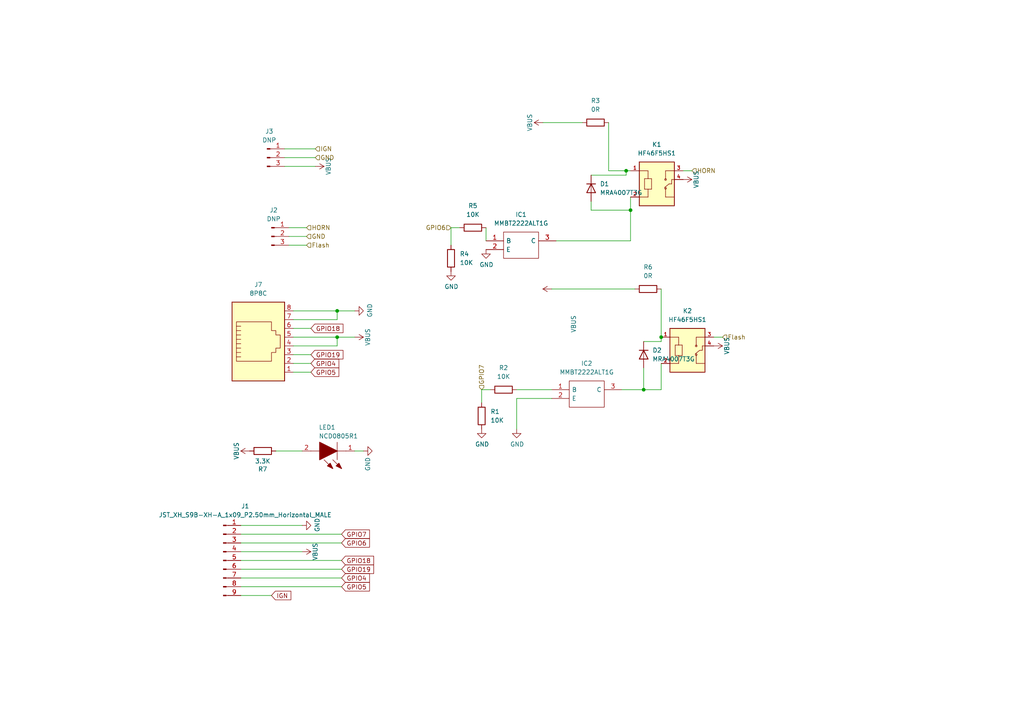
<source format=kicad_sch>
(kicad_sch (version 20231120) (generator "eeschema") (generator_version "8.0")
  (paper "A4")
  (title_block (title "KSS-E") (date "2022-09-20") (rev "REV1") (company "SmartEQ Bilisim"))
  (lib_symbols
    (symbol "150080VS75000:150080VS75000" (pin_names (offset 0.762))
      (property "Reference" "LED" (at 12.7 8.89 0))
      (property "Value" "150080VS75000" (at 12.7 6.35 0))
      (symbol "150080VS75000_0_0"
        (pin passive line (at 0 0 0) (length 2.54) (name "~") (number "1"))
        (pin passive line (at 15.24 0 180) (length 2.54) (name "~") (number "2"))
      )
      (symbol "150080VS75000_0_1"
        (polyline (pts (xy 2.54 0) (xy 5.08 0)) (stroke (width 0.1524)))
        (polyline (pts (xy 5.08 2.54) (xy 5.08 -2.54)) (stroke (width 0.1524)))
        (polyline (pts (xy 6.35 2.54) (xy 3.81 5.08)) (stroke (width 0.1524)))
        (polyline (pts (xy 8.89 2.54) (xy 6.35 5.08)) (stroke (width 0.1524)))
        (polyline (pts (xy 10.16 0) (xy 12.7 0)) (stroke (width 0.1524)))
        (polyline (pts (xy 5.08 0) (xy 10.16 2.54) (xy 10.16 -2.54) (xy 5.08 0)) (stroke (width 0.254)) (fill (type outline)))
        (polyline (pts (xy 5.334 4.318) (xy 4.572 3.556) (xy 3.81 5.08) (xy 5.334 4.318)) (stroke (width 0.254)) (fill (type outline)))
        (polyline (pts (xy 7.874 4.318) (xy 7.112 3.556) (xy 6.35 5.08) (xy 7.874 4.318)) (stroke (width 0.254)) (fill (type outline)))
      )
    )
    (symbol "Connector:8P8C" (pin_names (offset 1.016))
      (property "Reference" "J" (at -5.08 13.97 0))
      (property "Value" "8P8C" (at 2.54 13.97 0))
      (symbol "8P8C_0_1"
        (polyline (pts (xy -5.08 4.445) (xy -6.35 4.445)))
        (polyline (pts (xy -5.08 5.715) (xy -6.35 5.715)))
        (polyline (pts (xy -6.35 -3.175) (xy -5.08 -3.175) (xy -5.08 -3.175)))
        (polyline (pts (xy -6.35 -1.905) (xy -5.08 -1.905) (xy -5.08 -1.905)))
        (polyline (pts (xy -6.35 -0.635) (xy -5.08 -0.635) (xy -5.08 -0.635)))
        (polyline (pts (xy -6.35 0.635) (xy -5.08 0.635) (xy -5.08 0.635)))
        (polyline (pts (xy -6.35 1.905) (xy -5.08 1.905) (xy -5.08 1.905)))
        (polyline (pts (xy -5.08 3.175) (xy -6.35 3.175) (xy -6.35 3.175)))
        (polyline (pts (xy -6.35 -4.445) (xy -6.35 6.985) (xy 3.81 6.985) (xy 3.81 4.445) (xy 5.08 4.445) (xy 5.08 3.175) (xy 6.35 3.175) (xy 6.35 -0.635) (xy 5.08 -0.635) (xy 5.08 -1.905) (xy 3.81 -1.905) (xy 3.81 -4.445) (xy -6.35 -4.445) (xy -6.35 -4.445)))
        (rectangle (start 7.62 12.7) (end -7.62 -10.16) (stroke (width 0.254)) (fill (type background)))
      )
      (symbol "8P8C_1_1"
        (pin passive line (at 10.16 -7.62 180) (length 2.54) (name "~") (number "1"))
        (pin passive line (at 10.16 -5.08 180) (length 2.54) (name "~") (number "2"))
        (pin passive line (at 10.16 -2.54 180) (length 2.54) (name "~") (number "3"))
        (pin passive line (at 10.16 0 180) (length 2.54) (name "~") (number "4"))
        (pin passive line (at 10.16 2.54 180) (length 2.54) (name "~") (number "5"))
        (pin passive line (at 10.16 5.08 180) (length 2.54) (name "~") (number "6"))
        (pin passive line (at 10.16 7.62 180) (length 2.54) (name "~") (number "7"))
        (pin passive line (at 10.16 10.16 180) (length 2.54) (name "~") (number "8"))
      )
    )
    (symbol "Connector:Conn_01x03_Pin" (pin_names (offset 1.016) hide)
      (property "Reference" "J" (at 0 5.08 0))
      (property "Value" "Conn_01x03_Pin" (at 0 -5.08 0))
      (symbol "Conn_01x03_Pin_1_1"
        (polyline (pts (xy 1.27 -2.54) (xy 0.8636 -2.54)) (stroke (width 0.1524)))
        (polyline (pts (xy 1.27 0) (xy 0.8636 0)) (stroke (width 0.1524)))
        (polyline (pts (xy 1.27 2.54) (xy 0.8636 2.54)) (stroke (width 0.1524)))
        (rectangle (start 0.8636 -2.413) (end 0 -2.667) (stroke (width 0.1524)) (fill (type outline)))
        (rectangle (start 0.8636 0.127) (end 0 -0.127) (stroke (width 0.1524)) (fill (type outline)))
        (rectangle (start 0.8636 2.667) (end 0 2.413) (stroke (width 0.1524)) (fill (type outline)))
        (pin passive line (at 5.08 2.54 180) (length 3.81) (name "Pin_1") (number "1"))
        (pin passive line (at 5.08 0 180) (length 3.81) (name "Pin_2") (number "2"))
        (pin passive line (at 5.08 -2.54 180) (length 3.81) (name "Pin_3") (number "3"))
      )
    )
    (symbol "Connector:Conn_01x09_Pin" (pin_names (offset 1.016) hide)
      (property "Reference" "J" (at 0 12.7 0))
      (property "Value" "Conn_01x09_Pin" (at 0 -12.7 0))
      (symbol "Conn_01x09_Pin_1_1"
        (polyline (pts (xy 1.27 -10.16) (xy 0.8636 -10.16)) (stroke (width 0.1524)))
        (polyline (pts (xy 1.27 -7.62) (xy 0.8636 -7.62)) (stroke (width 0.1524)))
        (polyline (pts (xy 1.27 -5.08) (xy 0.8636 -5.08)) (stroke (width 0.1524)))
        (polyline (pts (xy 1.27 -2.54) (xy 0.8636 -2.54)) (stroke (width 0.1524)))
        (polyline (pts (xy 1.27 0) (xy 0.8636 0)) (stroke (width 0.1524)))
        (polyline (pts (xy 1.27 2.54) (xy 0.8636 2.54)) (stroke (width 0.1524)))
        (polyline (pts (xy 1.27 5.08) (xy 0.8636 5.08)) (stroke (width 0.1524)))
        (polyline (pts (xy 1.27 7.62) (xy 0.8636 7.62)) (stroke (width 0.1524)))
        (polyline (pts (xy 1.27 10.16) (xy 0.8636 10.16)) (stroke (width 0.1524)))
        (rectangle (start 0.8636 -10.033) (end 0 -10.287) (stroke (width 0.1524)) (fill (type outline)))
        (rectangle (start 0.8636 -7.493) (end 0 -7.747) (stroke (width 0.1524)) (fill (type outline)))
        (rectangle (start 0.8636 -4.953) (end 0 -5.207) (stroke (width 0.1524)) (fill (type outline)))
        (rectangle (start 0.8636 -2.413) (end 0 -2.667) (stroke (width 0.1524)) (fill (type outline)))
        (rectangle (start 0.8636 0.127) (end 0 -0.127) (stroke (width 0.1524)) (fill (type outline)))
        (rectangle (start 0.8636 2.667) (end 0 2.413) (stroke (width 0.1524)) (fill (type outline)))
        (rectangle (start 0.8636 5.207) (end 0 4.953) (stroke (width 0.1524)) (fill (type outline)))
        (rectangle (start 0.8636 7.747) (end 0 7.493) (stroke (width 0.1524)) (fill (type outline)))
        (rectangle (start 0.8636 10.287) (end 0 10.033) (stroke (width 0.1524)) (fill (type outline)))
        (pin passive line (at 5.08 10.16 180) (length 3.81) (name "Pin_1") (number "1"))
        (pin passive line (at 5.08 7.62 180) (length 3.81) (name "Pin_2") (number "2"))
        (pin passive line (at 5.08 5.08 180) (length 3.81) (name "Pin_3") (number "3"))
        (pin passive line (at 5.08 2.54 180) (length 3.81) (name "Pin_4") (number "4"))
        (pin passive line (at 5.08 0 180) (length 3.81) (name "Pin_5") (number "5"))
        (pin passive line (at 5.08 -2.54 180) (length 3.81) (name "Pin_6") (number "6"))
        (pin passive line (at 5.08 -5.08 180) (length 3.81) (name "Pin_7") (number "7"))
        (pin passive line (at 5.08 -7.62 180) (length 3.81) (name "Pin_8") (number "8"))
        (pin passive line (at 5.08 -10.16 180) (length 3.81) (name "Pin_9") (number "9"))
      )
    )
    (symbol "Device:R" (pin_numbers hide) (pin_names (offset 0))
      (property "Reference" "R" (at 2.032 0 90))
      (property "Value" "R" (at 0 0 90))
      (symbol "R_0_1"
        (rectangle (start -1.016 -2.54) (end 1.016 2.54) (stroke (width 0.254)))
      )
      (symbol "R_1_1"
        (pin passive line (at 0 3.81 270) (length 1.27) (name "~") (number "1"))
        (pin passive line (at 0 -3.81 90) (length 1.27) (name "~") (number "2"))
      )
    )
    (symbol "Diode:MRA4007T3G" (pin_numbers hide) (pin_names hide)
      (property "Reference" "D" (at 0 2.54 0))
      (property "Value" "MRA4007T3G" (at 0 -2.54 0))
      (symbol "MRA4007T3G_0_1"
        (polyline (pts (xy -1.27 1.27) (xy -1.27 -1.27)) (stroke (width 0.254)))
        (polyline (pts (xy 1.27 0) (xy -1.27 0)))
        (polyline (pts (xy 1.27 1.27) (xy 1.27 -1.27) (xy -1.27 0) (xy 1.27 1.27)) (stroke (width 0.254)))
      )
      (symbol "MRA4007T3G_1_1"
        (pin passive line (at -3.81 0 0) (length 2.54) (name "K") (number "1"))
        (pin passive line (at 3.81 0 180) (length 2.54) (name "A") (number "2"))
      )
    )
    (symbol "MMBT2222ALT1G:MMBT2222ALT1G" (pin_names (offset 0.762))
      (property "Reference" "IC" (at 16.51 7.62 0))
      (property "Value" "MMBT2222ALT1G" (at 16.51 5.08 0))
      (symbol "MMBT2222ALT1G_0_0"
        (pin passive line (at 0 0 0) (length 5.08) (name "B") (number "1"))
        (pin passive line (at 0 -2.54 0) (length 5.08) (name "E") (number "2"))
        (pin passive line (at 20.32 0 180) (length 5.08) (name "C") (number "3"))
      )
      (symbol "MMBT2222ALT1G_0_1"
        (polyline (pts (xy 5.08 2.54) (xy 15.24 2.54) (xy 15.24 -5.08) (xy 5.08 -5.08) (xy 5.08 2.54)) (stroke (width 0.1524)))
      )
    )
    (symbol "SRD-05VDC-SL-C:SRD-05VDC-SL-C" (pin_names (offset 1.016))
      (property "Reference" "K2" (at 0 10.16 0))
      (property "Value" "HF46F5HS1" (at 0 7.62 0))
      (symbol "SRD-05VDC-SL-C_0_0"
        (rectangle (start -5.08 -7.62) (end 5.08 5.08) (stroke (width 0.254)) (fill (type background)))
        (polyline (pts (xy -5.08 2.54) (xy -2.54 2.54)) (stroke (width 0.1524)))
        (polyline (pts (xy -3.556 -2.794) (xy -2.54 -2.794)) (stroke (width 0.1524)))
        (polyline (pts (xy -3.556 0.254) (xy -3.556 -2.794)) (stroke (width 0.1524)))
        (polyline (pts (xy -2.54 -5.08) (xy -5.08 -5.08)) (stroke (width 0.1524)))
        (polyline (pts (xy -2.54 -2.794) (xy -2.54 -5.08)) (stroke (width 0.1524)))
        (polyline (pts (xy -2.54 -2.794) (xy -1.524 -2.794)) (stroke (width 0.1524)))
        (polyline (pts (xy -2.54 0.254) (xy -3.556 0.254)) (stroke (width 0.1524)))
        (polyline (pts (xy -2.54 2.54) (xy -2.54 0.254)) (stroke (width 0.1524)))
        (polyline (pts (xy -1.524 -2.794) (xy -1.524 0.254)) (stroke (width 0.1524)))
        (polyline (pts (xy -1.524 0.254) (xy -2.54 0.254)) (stroke (width 0.1524)))
        (polyline (pts (xy 2.54 -5.08) (xy 5.08 -5.08)) (stroke (width 0.1524)))
        (polyline (pts (xy 2.54 -2.54) (xy 2.54 -5.08)) (stroke (width 0.1524)))
        (polyline (pts (xy 2.54 2.54) (xy 2.54 0)) (stroke (width 0.1524)))
        (polyline (pts (xy 3.556 -1.27) (xy 2.286 -2.286)) (stroke (width 0.1524)))
        (polyline (pts (xy 3.556 -1.27) (xy 4.318 -1.27)) (stroke (width 0.1524)))
        (polyline (pts (xy 4.318 -1.27) (xy 4.318 0)) (stroke (width 0.1524)))
        (polyline (pts (xy 4.318 0) (xy 5.08 0)) (stroke (width 0.1524)))
        (polyline (pts (xy 5.08 2.54) (xy 2.54 2.54)) (stroke (width 0.1524)))
        (circle (center 2.54 -2.54) (radius 0.254) (stroke (width 0.1524)))
        (circle (center 2.54 0) (radius 0.254) (stroke (width 0.1524)))
      )
      (symbol "SRD-05VDC-SL-C_1_0"
        (pin passive line (at -7.62 2.54 0) (length 2.54) (name "~") (number "1"))
        (pin passive line (at -7.62 -5.08 0) (length 2.54) (name "~") (number "2"))
        (pin passive line (at 7.62 2.54 180) (length 2.54) (name "~") (number "3"))
        (pin passive line (at 7.62 0 180) (length 2.54) (name "~") (number "4"))
      )
    )
    (symbol "SRD-05VDC-SL-C_1" (pin_names (offset 1.016))
      (property "Reference" "K1" (at 0 10.16 0))
      (property "Value" "HF46F5HS1" (at 0 7.62 0))
      (symbol "SRD-05VDC-SL-C_1_0_0"
        (rectangle (start -5.08 -7.62) (end 5.08 5.08) (stroke (width 0.254)) (fill (type background)))
        (polyline (pts (xy -5.08 2.54) (xy -2.54 2.54)) (stroke (width 0.1524)))
        (polyline (pts (xy -3.556 -2.794) (xy -2.54 -2.794)) (stroke (width 0.1524)))
        (polyline (pts (xy -3.556 0.254) (xy -3.556 -2.794)) (stroke (width 0.1524)))
        (polyline (pts (xy -2.54 -5.08) (xy -5.08 -5.08)) (stroke (width 0.1524)))
        (polyline (pts (xy -2.54 -2.794) (xy -2.54 -5.08)) (stroke (width 0.1524)))
        (polyline (pts (xy -2.54 -2.794) (xy -1.524 -2.794)) (stroke (width 0.1524)))
        (polyline (pts (xy -2.54 0.254) (xy -3.556 0.254)) (stroke (width 0.1524)))
        (polyline (pts (xy -2.54 2.54) (xy -2.54 0.254)) (stroke (width 0.1524)))
        (polyline (pts (xy -1.524 -2.794) (xy -1.524 0.254)) (stroke (width 0.1524)))
        (polyline (pts (xy -1.524 0.254) (xy -2.54 0.254)) (stroke (width 0.1524)))
        (polyline (pts (xy 2.54 -5.08) (xy 5.08 -5.08)) (stroke (width 0.1524)))
        (polyline (pts (xy 2.54 -2.54) (xy 2.54 -5.08)) (stroke (width 0.1524)))
        (polyline (pts (xy 2.54 2.54) (xy 2.54 0)) (stroke (width 0.1524)))
        (polyline (pts (xy 3.556 -1.27) (xy 2.286 -2.286)) (stroke (width 0.1524)))
        (polyline (pts (xy 3.556 -1.27) (xy 4.318 -1.27)) (stroke (width 0.1524)))
        (polyline (pts (xy 4.318 -1.27) (xy 4.318 0)) (stroke (width 0.1524)))
        (polyline (pts (xy 4.318 0) (xy 5.08 0)) (stroke (width 0.1524)))
        (polyline (pts (xy 5.08 2.54) (xy 2.54 2.54)) (stroke (width 0.1524)))
        (circle (center 2.54 -2.54) (radius 0.254) (stroke (width 0.1524)))
        (circle (center 2.54 0) (radius 0.254) (stroke (width 0.1524)))
      )
      (symbol "SRD-05VDC-SL-C_1_1_0"
        (pin passive line (at -7.62 2.54 0) (length 2.54) (name "~") (number "1"))
        (pin passive line (at -7.62 -5.08 0) (length 2.54) (name "~") (number "2"))
        (pin passive line (at 7.62 2.54 180) (length 2.54) (name "~") (number "3"))
        (pin passive line (at 7.62 0 180) (length 2.54) (name "~") (number "4"))
      )
    )
    (symbol "power:GND" (power) (pin_names (offset 0))
      (property "Value" "GND" (at 0 -3.81 0))
      (symbol "GND_0_1"
        (polyline (pts (xy 0 0) (xy 0 -1.27) (xy 1.27 -1.27) (xy 0 -2.54) (xy -1.27 -1.27) (xy 0 -1.27)))
      )
      (symbol "GND_1_1"
        (pin power_in line (at 0 0 270) (length 0) hide (name "GND") (number "1"))
      )
    )
    (symbol "power:VBUS" (power) (pin_names (offset 0))
      (property "Value" "VBUS" (at 0 3.81 0))
      (symbol "VBUS_0_1"
        (polyline (pts (xy -0.762 1.27) (xy 0 2.54)))
        (polyline (pts (xy 0 0) (xy 0 2.54)))
        (polyline (pts (xy 0 2.54) (xy 0.762 1.27)))
      )
      (symbol "VBUS_1_1"
        (pin power_in line (at 0 0 90) (length 0) hide (name "VBUS") (number "1"))
      )
    )
  )
  (junction (at 186.69 113.03))
  (junction (at 191.77 97.79))
  (junction (at 181.61 49.53))
  (junction (at 97.79 90.17))
  (junction (at 182.88 60.96))
  (junction (at 97.79 97.79))
  (wire (pts (xy 186.69 99.06) (xy 191.77 99.06)))
  (wire (pts (xy 88.9 66.04) (xy 83.82 66.04)))
  (wire (pts (xy 99.06 154.94) (xy 69.85 154.94)))
  (wire (pts (xy 181.61 50.8) (xy 181.61 49.53)))
  (wire (pts (xy 171.45 58.42) (xy 171.45 60.96)))
  (wire (pts (xy 90.17 102.87) (xy 85.09 102.87)))
  (wire (pts (xy 90.17 107.95) (xy 85.09 107.95)))
  (wire (pts (xy 171.45 50.8) (xy 181.61 50.8)))
  (wire (pts (xy 69.85 160.02) (xy 87.63 160.02)))
  (wire (pts (xy 97.79 100.33) (xy 97.79 97.79)))
  (wire (pts (xy 191.77 83.82) (xy 191.77 97.79)))
  (wire (pts (xy 91.44 48.26) (xy 82.55 48.26)))
  (wire (pts (xy 130.81 66.04) (xy 130.81 71.12)))
  (wire (pts (xy 149.86 113.03) (xy 160.02 113.03)))
  (wire (pts (xy 78.74 172.72) (xy 69.85 172.72)))
  (wire (pts (xy 182.88 69.85) (xy 161.29 69.85)))
  (wire (pts (xy 85.09 92.71) (xy 97.79 92.71)))
  (wire (pts (xy 139.7 113.03) (xy 142.24 113.03)))
  (wire (pts (xy 97.79 92.71) (xy 97.79 90.17)))
  (wire (pts (xy 88.9 68.58) (xy 83.82 68.58)))
  (wire (pts (xy 99.06 157.48) (xy 69.85 157.48)))
  (wire (pts (xy 90.17 95.25) (xy 85.09 95.25)))
  (wire (pts (xy 191.77 113.03) (xy 186.69 113.03)))
  (wire (pts (xy 69.85 170.18) (xy 99.06 170.18)))
  (wire (pts (xy 130.81 66.04) (xy 133.35 66.04)))
  (wire (pts (xy 160.02 83.82) (xy 184.15 83.82)))
  (wire (pts (xy 90.17 105.41) (xy 85.09 105.41)))
  (wire (pts (xy 181.61 49.53) (xy 182.88 49.53)))
  (wire (pts (xy 171.45 60.96) (xy 182.88 60.96)))
  (wire (pts (xy 191.77 99.06) (xy 191.77 97.79)))
  (wire (pts (xy 97.79 97.79) (xy 102.87 97.79)))
  (wire (pts (xy 139.7 113.03) (xy 139.7 116.84)))
  (wire (pts (xy 182.88 57.15) (xy 182.88 60.96)))
  (wire (pts (xy 97.79 90.17) (xy 102.87 90.17)))
  (wire (pts (xy 85.09 100.33) (xy 97.79 100.33)))
  (wire (pts (xy 149.86 115.57) (xy 149.86 124.46)))
  (wire (pts (xy 91.44 43.18) (xy 82.55 43.18)))
  (wire (pts (xy 140.97 66.04) (xy 140.97 69.85)))
  (wire (pts (xy 182.88 60.96) (xy 182.88 69.85)))
  (wire (pts (xy 87.63 130.81) (xy 80.01 130.81)))
  (wire (pts (xy 85.09 97.79) (xy 97.79 97.79)))
  (wire (pts (xy 200.66 49.53) (xy 198.12 49.53)))
  (wire (pts (xy 69.85 165.1) (xy 99.06 165.1)))
  (wire (pts (xy 69.85 152.4) (xy 87.63 152.4)))
  (wire (pts (xy 105.41 130.81) (xy 102.87 130.81)))
  (wire (pts (xy 186.69 113.03) (xy 180.34 113.03)))
  (wire (pts (xy 91.44 45.72) (xy 82.55 45.72)))
  (wire (pts (xy 88.9 71.12) (xy 83.82 71.12)))
  (wire (pts (xy 186.69 106.68) (xy 186.69 113.03)))
  (wire (pts (xy 191.77 105.41) (xy 191.77 113.03)))
  (wire (pts (xy 160.02 115.57) (xy 149.86 115.57)))
  (wire (pts (xy 176.53 49.53) (xy 181.61 49.53)))
  (wire (pts (xy 157.48 35.56) (xy 168.91 35.56)))
  (wire (pts (xy 69.85 167.64) (xy 99.06 167.64)))
  (wire (pts (xy 85.09 90.17) (xy 97.79 90.17)))
  (wire (pts (xy 176.53 35.56) (xy 176.53 49.53)))
  (wire (pts (xy 69.85 162.56) (xy 99.06 162.56)))
  (wire (pts (xy 209.55 97.79) (xy 207.01 97.79)))
  (global_label "GPIO4" (shape input) (at 99.06 167.64 0) (property "Intersheetrefs" "${INTERSHEET_REFS}" (effects (hide yes))))
  (global_label "GPIO6" (shape input) (at 99.06 157.48 0) (property "Intersheetrefs" "${INTERSHEET_REFS}" (effects (hide yes))))
  (global_label "GPIO7" (shape input) (at 99.06 154.94 0) (property "Intersheetrefs" "${INTERSHEET_REFS}" (effects (hide yes))))
  (global_label "GPIO19" (shape input) (at 99.06 165.1 0) (property "Intersheetrefs" "${INTERSHEET_REFS}" (effects (hide yes))))
  (global_label "GPIO5" (shape input) (at 99.06 170.18 0) (property "Intersheetrefs" "${INTERSHEET_REFS}" (effects (hide yes))))
  (global_label "GPIO19" (shape input) (at 90.17 102.87 0) (property "Intersheetrefs" "${INTERSHEET_REFS}" (effects (hide yes))))
  (global_label "IGN" (shape input) (at 78.74 172.72 0) (property "Intersheetrefs" "${INTERSHEET_REFS}" (effects (hide yes))))
  (global_label "GPIO18" (shape input) (at 99.06 162.56 0) (property "Intersheetrefs" "${INTERSHEET_REFS}" (effects (hide yes))))
  (global_label "GPIO5" (shape input) (at 90.17 107.95 0) (property "Intersheetrefs" "${INTERSHEET_REFS}" (effects (hide yes))))
  (global_label "GPIO4" (shape input) (at 90.17 105.41 0) (property "Intersheetrefs" "${INTERSHEET_REFS}" (effects (hide yes))))
  (global_label "GPIO18" (shape input) (at 90.17 95.25 0) (property "Intersheetrefs" "${INTERSHEET_REFS}" (effects (hide yes))))
  (hierarchical_label "HORN" (shape input) (at 88.9 66.04 0))
  (hierarchical_label "GPIO7" (shape input) (at 139.7 113.03 90))
  (hierarchical_label "GPIO6" (shape input) (at 130.81 66.04 180))
  (hierarchical_label "GND" (shape input) (at 91.44 45.72 0))
  (hierarchical_label "Flash" (shape input) (at 209.55 97.79 0))
  (hierarchical_label "HORN" (shape input) (at 200.66 49.53 0))
  (hierarchical_label "GND" (shape input) (at 88.9 68.58 0))
  (hierarchical_label "Flash" (shape input) (at 88.9 71.12 0))
  (hierarchical_label "IGN" (shape input) (at 91.44 43.18 0))
  (symbol (lib_id "150080VS75000:150080VS75000") (at 102.87 130.81 180) (unit 1)
    (property "Reference" "LED1" (at 92.456 123.952 0) (effects (justify right)))
    (property "Value" "NCD0805R1 " (at 92.456 126.492 0) (effects (justify right)))
    (property "Footprint" "LED_SMD:LED_0805_2012Metric" (effects (hide yes)))
    (property "Height" "0.8" (effects (hide yes)))
    (property "Manufacturer_Name" "Wurth Elektronik" (effects (hide yes)))
    (property "Manufacturer_Part_Number" "150080VS75000" (effects (hide yes)))
    (property "Mouser Part Number" "710-150080VS75000" (effects (hide yes)))
    (property "Mouser Price/Stock" "https://www.mouser.co.uk/ProductDetail/Wurth-Elektronik/150080VS75000?qs=LlUlMxKIyB0tGHJmO6%252B0ug%3D%3D" (effects (hide yes)))
    (property "${DNP}" "${DNP}" (effects (hide yes)))
  )
  (symbol (lib_id "Device:R") (at 76.2 130.81 90) (unit 1)
    (property "Reference" "R7" (at 76.2 136.0678 90))
    (property "Value" "3.3K" (at 76.2 133.7564 90))
    (property "Footprint" "Resistor_SMD:R_0603_1608Metric" (effects (hide yes)))
    (property "${DNP}" "${DNP}" (effects (hide yes)))
  )
  (symbol (lib_id "power:VBUS") (at 102.87 97.79 270) (unit 1)
    (property "Reference" "#PWR028" (effects (hide yes)))
    (property "Value" "VBUS" (at 106.68 97.79 0))
  )
  (symbol (lib_id "power:VBUS") (at 91.44 48.26 270) (unit 1)
    (property "Reference" "#PWR013" (effects (hide yes)))
    (property "Value" "VBUS" (at 95.25 48.26 0))
  )
  (symbol (lib_id "Connector:8P8C") (at 74.93 100.33 0) (unit 1)
    (property "Reference" "J7" (at 74.93 82.55 0))
    (property "Value" "8P8C" (at 74.93 85.09 0))
    (property "Footprint" "Connector_RJ:RJ45_Amphenol_54602-x08_Horizontal" (effects (hide yes)))
    (property "${DNP}" "${DNP}" (effects (hide yes)))
  )
  (symbol (lib_id "MMBT2222ALT1G:MMBT2222ALT1G") (at 160.02 113.03 0) (unit 1)
    (property "Reference" "IC2" (at 170.18 105.41 0))
    (property "Value" "MMBT2222ALT1G" (at 170.18 107.95 0))
    (property "Footprint" "Footprint Library:SOT96P237X111-3N" (effects (hide yes)))
    (property "Datasheet" "http://www.onsemi.com/pub/Collateral/MMBT2222LT1-D.PDF" (effects (hide yes)))
    (property "Description" "MMBT2222ALT1G, NPN Bipolar Transistor,  0.6 A 40 V HFE:35 300 MHz Small Signal, 3-Pin SOT-23" (effects (hide yes)))
    (property "Height" "1.11" (effects (hide yes)))
    (property "Manufacturer_Name" "onsemi" (effects (hide yes)))
    (property "Manufacturer_Part_Number" "MMBT2222ALT1G" (effects (hide yes)))
    (property "Mouser Part Number" "863-MMBT2222ALT1G" (effects (hide yes)))
    (property "Mouser Price/Stock" "https://www.mouser.co.uk/ProductDetail/onsemi/MMBT2222ALT1G?qs=HVbQlW5zcXWwnD7Jokybqg%3D%3D" (effects (hide yes)))
    (property "Arrow Part Number" "MMBT2222ALT1G" (effects (hide yes)))
    (property "Arrow Price/Stock" "https://www.arrow.com/en/products/mmbt2222alt1g/on-semiconductor?region=europe" (effects (hide yes)))
    (property "${DNP}" "${DNP}" (effects (hide yes)))
  )
  (symbol (lib_id "power:GND") (at 130.81 78.74 0) (unit 1)
    (property "Reference" "#PWR04" (effects (hide yes)))
    (property "Value" "GND" (at 130.937 83.1342 0))
  )
  (symbol (lib_id "power:GND") (at 149.86 124.46 0) (unit 1)
    (property "Reference" "#PWR06" (effects (hide yes)))
    (property "Value" "GND" (at 149.987 128.8542 0))
  )
  (symbol (lib_id "power:GND") (at 139.7 124.46 0) (unit 1)
    (property "Reference" "#PWR07" (effects (hide yes)))
    (property "Value" "GND" (at 139.827 128.8542 0))
  )
  (symbol (lib_id "power:GND") (at 102.87 90.17 90) (unit 1)
    (property "Reference" "#PWR0111" (effects (hide yes)))
    (property "Value" "GND" (at 107.2642 90.043 0))
  )
  (symbol (lib_id "power:VBUS") (at 160.02 83.82 90) (unit 1)
    (property "Reference" "#PWR08" (effects (hide yes)))
    (property "Value" "VBUS" (at 166.37 93.98 0))
  )
  (symbol (lib_id "Device:R") (at 130.81 74.93 180) (unit 1)
    (property "Reference" "R4" (at 133.35 73.66 0) (effects (justify right)))
    (property "Value" "10K" (at 133.35 76.2 0) (effects (justify right)))
    (property "Footprint" "Resistor_SMD:R_0603_1608Metric" (effects (hide yes)))
    (property "Description" "Resistor" (effects (hide yes)))
    (property "${DNP}" "${DNP}" (effects (hide yes)))
  )
  (symbol (lib_id "Connector:Conn_01x03_Pin") (at 78.74 68.58 0) (unit 1)
    (property "Reference" "J2" (at 79.375 60.96 0))
    (property "Value" "DNP" (at 79.375 63.5 0))
    (property "Footprint" "Connector_Phoenix_MSTB:KF2EDGR-Y-5.08-03P-1 B" (effects (hide yes)))
    (property "Description" "Generic connector, single row, 01x03, script generated" (effects (hide yes)))
    (property "${DNP}" "${DNP}" (effects (hide yes)))
  )
  (symbol (lib_id "power:GND") (at 140.97 72.39 0) (unit 1)
    (property "Reference" "#PWR05" (effects (hide yes)))
    (property "Value" "GND" (at 141.097 76.7842 0))
  )
  (symbol (lib_id "Connector:Conn_01x03_Pin") (at 77.47 45.72 0) (unit 1)
    (property "Reference" "J3" (at 78.105 38.1 0))
    (property "Value" "DNP" (at 78.105 40.64 0))
    (property "Footprint" "Connector_Phoenix_MSTB:KF2EDGR-Y-5.08-03P-1 B" (effects (hide yes)))
    (property "Description" "Generic connector, single row, 01x03, script generated" (effects (hide yes)))
    (property "${DNP}" "${DNP}" (effects (hide yes)))
  )
  (symbol (lib_id "power:VBUS") (at 157.48 35.56 90) (unit 1)
    (property "Reference" "#PWR03" (effects (hide yes)))
    (property "Value" "VBUS" (at 153.67 35.56 0))
  )
  (symbol (lib_id "Diode:MRA4007T3G") (at 186.69 102.87 270) (unit 1)
    (property "Reference" "D2" (at 189.23 101.6 90) (effects (justify left)))
    (property "Value" "MRA4007T3G" (at 189.23 104.14 90) (effects (justify left)))
    (property "Footprint" "Diode_SMD:D_SMA" (effects (hide yes)))
    (property "Datasheet" "http://www.onsemi.com/pub_link/Collateral/MRA4003T3-D.PDF" (effects (hide yes)))
    (property "Description" "1000V, 1A, General Purpose Rectifier Diode, SMA(DO-214AC)" (effects (hide yes)))
    (property "Sim.Device" "D" (effects (hide yes)))
    (property "Sim.Pins" "1=K 2=A" (effects (hide yes)))
    (property "${DNP}" "${DNP}" (effects (hide yes)))
  )
  (symbol (lib_id "Device:R") (at 187.96 83.82 270) (unit 1)
    (property "Reference" "R6" (at 187.96 77.47 90))
    (property "Value" "0R" (at 187.96 80.01 90))
    (property "Footprint" "Resistor_SMD:R_0603_1608Metric" (effects (hide yes)))
    (property "Description" "Resistor" (effects (hide yes)))
    (property "${DNP}" "${DNP}" (effects (hide yes)))
  )
  (symbol (lib_name "SRD-05VDC-SL-C_1") (lib_id "SRD-05VDC-SL-C:SRD-05VDC-SL-C") (at 190.5 52.07 0) (unit 1)
    (property "Reference" "K1" (at 190.5 41.91 0))
    (property "Value" "HF46F5HS1" (at 190.5 44.45 0))
    (property "Footprint" "Footprint Library:HF46F5HS1" (effects (hide yes)))
    (property "MANUFACTURER" "SONGLE RELAY" (effects (hide yes)))
    (property "STANDARD" "HF46F_5-HS1" (effects (hide yes)))
    (property "${DNP}" "${DNP}" (effects (hide yes)))
  )
  (symbol (lib_id "power:VBUS") (at 198.12 52.07 270) (unit 1)
    (property "Reference" "#PWR011" (effects (hide yes)))
    (property "Value" "VBUS" (at 201.93 52.07 0))
  )
  (symbol (lib_id "power:GND") (at 87.63 152.4 90) (unit 1)
    (property "Reference" "#PWR01" (effects (hide yes)))
    (property "Value" "GND" (at 92.0242 152.273 0))
  )
  (symbol (lib_id "Device:R") (at 137.16 66.04 270) (unit 1)
    (property "Reference" "R5" (at 137.16 59.69 90))
    (property "Value" "10K" (at 137.16 62.23 90))
    (property "Footprint" "Resistor_SMD:R_0603_1608Metric" (effects (hide yes)))
    (property "Description" "Resistor" (effects (hide yes)))
    (property "${DNP}" "${DNP}" (effects (hide yes)))
  )
  (symbol (lib_id "Diode:MRA4007T3G") (at 171.45 54.61 270) (unit 1)
    (property "Reference" "D1" (at 173.99 53.34 90) (effects (justify left)))
    (property "Value" "MRA4007T3G" (at 173.99 55.88 90) (effects (justify left)))
    (property "Footprint" "Diode_SMD:D_SMA" (effects (hide yes)))
    (property "Datasheet" "http://www.onsemi.com/pub_link/Collateral/MRA4003T3-D.PDF" (effects (hide yes)))
    (property "Description" "1000V, 1A, General Purpose Rectifier Diode, SMA(DO-214AC)" (effects (hide yes)))
    (property "Sim.Device" "D" (effects (hide yes)))
    (property "Sim.Pins" "1=K 2=A" (effects (hide yes)))
    (property "${DNP}" "${DNP}" (effects (hide yes)))
  )
  (symbol (lib_id "Device:R") (at 146.05 113.03 270) (unit 1)
    (property "Reference" "R2" (at 146.05 106.68 90))
    (property "Value" "10K" (at 146.05 109.22 90))
    (property "Footprint" "Resistor_SMD:R_0603_1608Metric" (effects (hide yes)))
    (property "Description" "Resistor" (effects (hide yes)))
    (property "${DNP}" "${DNP}" (effects (hide yes)))
  )
  (symbol (lib_id "power:VBUS") (at 207.01 100.33 270) (unit 1)
    (property "Reference" "#PWR012" (effects (hide yes)))
    (property "Value" "VBUS" (at 210.82 100.33 0))
  )
  (symbol (lib_id "MMBT2222ALT1G:MMBT2222ALT1G") (at 140.97 69.85 0) (unit 1)
    (property "Reference" "IC1" (at 151.13 62.23 0))
    (property "Value" "MMBT2222ALT1G" (at 151.13 64.77 0))
    (property "Footprint" "Footprint Library:SOT96P237X111-3N" (effects (hide yes)))
    (property "Datasheet" "http://www.onsemi.com/pub/Collateral/MMBT2222LT1-D.PDF" (effects (hide yes)))
    (property "Description" "MMBT2222ALT1G, NPN Bipolar Transistor,  0.6 A 40 V HFE:35 300 MHz Small Signal, 3-Pin SOT-23" (effects (hide yes)))
    (property "Height" "1.11" (effects (hide yes)))
    (property "Manufacturer_Name" "onsemi" (effects (hide yes)))
    (property "Manufacturer_Part_Number" "MMBT2222ALT1G" (effects (hide yes)))
    (property "Mouser Part Number" "863-MMBT2222ALT1G" (effects (hide yes)))
    (property "Mouser Price/Stock" "https://www.mouser.co.uk/ProductDetail/onsemi/MMBT2222ALT1G?qs=HVbQlW5zcXWwnD7Jokybqg%3D%3D" (effects (hide yes)))
    (property "Arrow Part Number" "MMBT2222ALT1G" (effects (hide yes)))
    (property "Arrow Price/Stock" "https://www.arrow.com/en/products/mmbt2222alt1g/on-semiconductor?region=europe" (effects (hide yes)))
    (property "${DNP}" "${DNP}" (effects (hide yes)))
  )
  (symbol (lib_id "power:VBUS") (at 72.39 130.81 90) (unit 1)
    (property "Reference" "#PWR010" (effects (hide yes)))
    (property "Value" "VBUS" (at 68.58 130.81 0))
  )
  (symbol (lib_id "SRD-05VDC-SL-C:SRD-05VDC-SL-C") (at 199.39 100.33 0) (unit 1)
    (property "Reference" "K2" (at 199.39 90.17 0))
    (property "Value" "HF46F5HS1" (at 199.39 92.71 0))
    (property "Footprint" "Footprint Library:HF46F5HS1" (effects (hide yes)))
    (property "MANUFACTURER" "SONGLE RELAY" (effects (hide yes)))
    (property "STANDARD" "HF46F5HS1" (effects (hide yes)))
    (property "${DNP}" "${DNP}" (effects (hide yes)))
  )
  (symbol (lib_id "power:VBUS") (at 87.63 160.02 270) (unit 1)
    (property "Reference" "#PWR02" (effects (hide yes)))
    (property "Value" "VBUS" (at 91.44 160.02 0))
  )
  (symbol (lib_id "power:GND") (at 105.41 130.81 90) (unit 1)
    (property "Reference" "#PWR09" (effects (hide yes)))
    (property "Value" "GND" (at 106.68 134.62 0))
  )
  (symbol (lib_id "Device:R") (at 172.72 35.56 270) (unit 1)
    (property "Reference" "R3" (at 172.72 29.21 90))
    (property "Value" "0R" (at 172.72 31.75 90))
    (property "Footprint" "Resistor_SMD:R_0603_1608Metric" (effects (hide yes)))
    (property "Description" "Resistor" (effects (hide yes)))
    (property "${DNP}" "${DNP}" (effects (hide yes)))
  )
  (symbol (lib_id "Device:R") (at 139.7 120.65 180) (unit 1)
    (property "Reference" "R1" (at 142.24 119.38 0) (effects (justify right)))
    (property "Value" "10K" (at 142.24 121.92 0) (effects (justify right)))
    (property "Footprint" "Resistor_SMD:R_0603_1608Metric" (effects (hide yes)))
    (property "Description" "Resistor" (effects (hide yes)))
    (property "${DNP}" "${DNP}" (effects (hide yes)))
  )
  (symbol (lib_id "Connector:Conn_01x09_Pin") (at 64.77 162.56 0) (unit 1)
    (property "Reference" "J1" (at 71.12 146.812 0))
    (property "Value" "JST_XH_S9B-XH-A_1x09_P2.50mm_Horizontal_MALE" (at 71.12 149.352 0))
    (property "Footprint" "Connector_JST:JST_XH_S9B-XH-A_1x09_P2.50mm_Horizontal" (effects (hide yes)))
    (property "Description" "Generic connector, single row, 01x09, script generated" (effects (hide yes)))
  )
)
</source>
